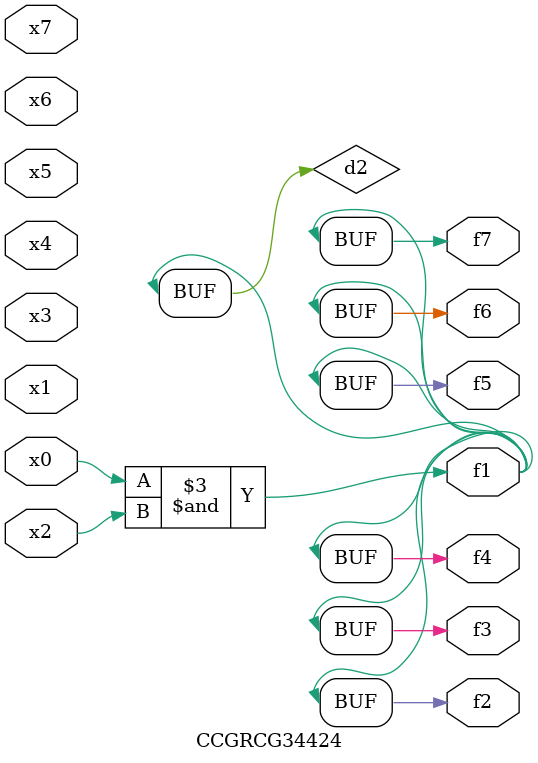
<source format=v>
module CCGRCG34424(
	input x0, x1, x2, x3, x4, x5, x6, x7,
	output f1, f2, f3, f4, f5, f6, f7
);

	wire d1, d2;

	nor (d1, x3, x6);
	and (d2, x0, x2);
	assign f1 = d2;
	assign f2 = d2;
	assign f3 = d2;
	assign f4 = d2;
	assign f5 = d2;
	assign f6 = d2;
	assign f7 = d2;
endmodule

</source>
